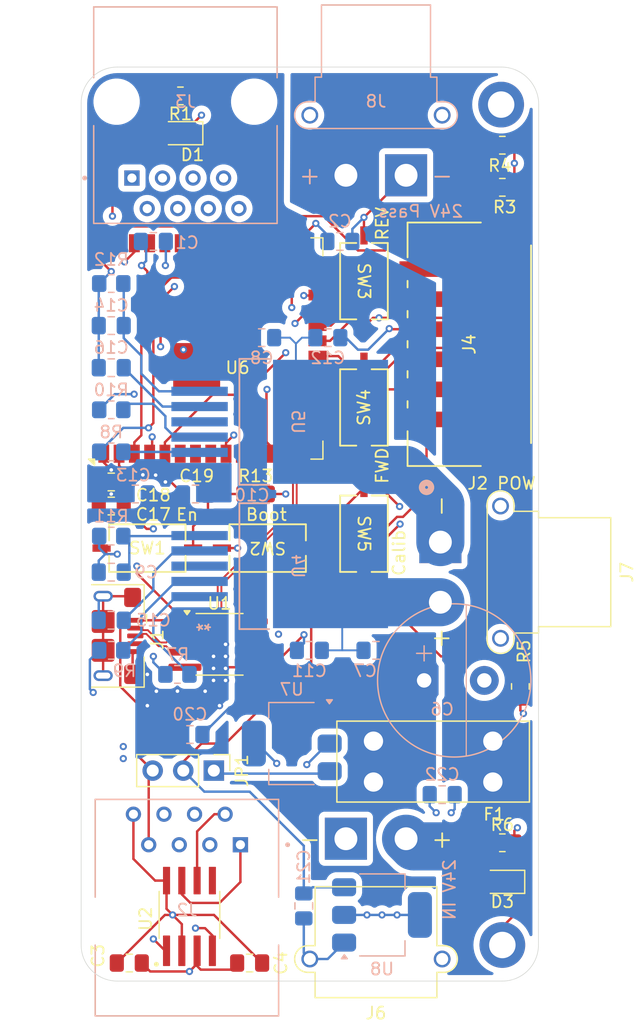
<source format=kicad_pcb>
(kicad_pcb (version 20240108) (generator "pcbnew") (generator_version "8.0")
  (layers (0 "F.Cu" signal) (1 "In1.Cu" signal) (2 "In2.Cu" signal) (31 "B.Cu" signal) (34 "B.Paste" user) (35 "F.Paste" user) (36 "B.SilkS" user "B.Silkscreen") (37 "F.SilkS" user "F.Silkscreen") (38 "B.Mask" user) (39 "F.Mask" user) (44 "Edge.Cuts" user))
  (net 0 "")
  (net 1 "GND")
  (net 2 "EN_PB")
  (net 3 "+5V")
  (net 4 "GPIO_0")
  (net 5 "+3.3V")
  (net 6 "J2+")
  (net 7 "+24V")
  (net 8 "J2-")
  (net 9 "Net-(D1-A)")
  (net 10 "Net-(D3-A)")
  (net 11 "5V_USB")
  (net 12 "CANH")
  (net 13 "CANL")
  (net 14 "USB_P")
  (net 15 "USB_N")
  (net 20 "CS_ENC_J2")
  (net 21 "MOSI")
  (net 22 "SCK")
  (net 23 "MISO")
  (net 24 "LED_BUILDIN")
  (net 25 "PB_FWD_J2")
  (net 26 "PB_REV_J2")
  (net 27 "PB_CALIB_J2")
  (net 28 "J2_IN_1")
  (net 29 "Net-(JP1-A)")
  (net 30 "J2_EN_1")
  (net 31 "J2_IN_2")
  (net 32 "J2_EN_2")
  (net 35 "RXC")
  (net 36 "TXC")
  (net 37 "Net-(U4-IS)")
  (net 38 "Net-(U5-IS)")
  (net 39 "Net-(U4-SR)")
  (net 40 "Net-(U5-SR)")
  (net 46 "Net-(U4-IN)")
  (net 47 "Net-(U5-IN)")
  (net 48 "Net-(U4-EN_(INH))")
  (net 49 "Net-(U5-EN_(INH))")
  (net 69 "24_IN")
  (footprint "Resistor_SMD:R_0805_2012Metric_Pad1.20x1.40mm_HandSolder" (layer "F.Cu") (at 50 21.5)
    (property "Reference" "R4")
    (property "Value" "3.3k")
  )
  (footprint "3568-20:FUSE_3568-20" (layer "F.Cu") (at 44.25 72.75 180)
    (property "Reference" "F1")
    (property "Value" "10A")
  )
  (footprint "Capacitor_SMD:C_0805_2012Metric_Pad1.18x1.45mm_HandSolder" (layer "F.Cu") (at 24.5 50.5 180)
    (property "Reference" "C19")
    (property "Value" "1uF")
  )
  (footprint "LED_SMD:LED_0805_2012Metric_Pad1.15x1.40mm_HandSolder" (layer "F.Cu") (at 23.25 20.5 180)
    (property "Reference" "D1")
    (property "Value" "R")
  )
  (footprint "JST-S6B-HX-SM4:CONN_S6B-XH-SM4-TB_JST" (layer "F.Cu") (at 47.253801 38.050001 90)
    (property "Reference" "J4")
    (property "Value" "~")
  )
  (footprint "TS09_63_25_WT_160_SMT_TR:SW_TS09-63-25_CUD" (layer "F.Cu") (at 38.5 32.80365 -90)
    (property "Reference" "SW3")
    (property "Value" "TS09-63-25-WT-160-SMT-TR")
  )
  (footprint "TS09_63_25_WT_160_SMT_TR:SW_TS09-63-25_CUD" (layer "F.Cu") (at 30.5 55 180)
    (property "Reference" "SW2")
    (property "Value" "TS09-63-25-WT-160-SMT-TR")
  )
  (footprint "RF_Module:ESP32-S3-WROOM-1" (layer "F.Cu") (at 22.14 38.4 90)
    (property "Reference" "U6")
    (property "Value" "ESP32-S3-WROOM-1")
  )
  (footprint "TS09_63_25_WT_160_SMT_TR:SW_TS09-63-25_CUD" (layer "F.Cu") (at 20.5 55)
    (property "Reference" "SW1")
    (property "Value" "TS09-63-25-WT-160-SMT-TR")
  )
  (footprint "Resistor_SMD:R_0805_2012Metric_Pad1.20x1.40mm_HandSolder" (layer "F.Cu") (at 29.5 50.5 180)
    (property "Reference" "R13")
    (property "Value" "10k")
  )
  (footprint "TJA1050T_CM_118:SOIC127P600X175-8N" (layer "F.Cu") (at 24 85.5 90)
    (property "Reference" "U2")
    (property "Value" "SN65HVD232QDRQ1")
  )
  (footprint "Connector_AMASS:AMASS_XT30PW-M_1x02_P2.50mm_Horizontal" (layer "F.Cu") (at 37 79.165 180)
    (property "Reference" "J6")
    (property "Value" "XT30PW-M")
  )
  (footprint "Resistor_SMD:R_0805_2012Metric_Pad1.20x1.40mm_HandSolder" (layer "F.Cu") (at 50 25 180)
    (property "Reference" "R3")
    (property "Value" "3.3k")
  )
  (footprint "Resistor_SMD:R_0805_2012Metric_Pad1.20x1.40mm_HandSolder" (layer "F.Cu") (at 23.25 17.4 180)
    (property "Reference" "R1")
    (property "Value" "1k")
  )
  (footprint "TS09_63_25_WT_160_SMT_TR:SW_TS09-63-25_CUD" (layer "F.Cu") (at 38.5 53.80365 -90)
    (property "Reference" "SW5")
    (property "Value" "TS09-63-25-WT-160-SMT-TR")
  )
  (footprint "TS09_63_25_WT_160_SMT_TR:SW_TS09-63-25_CUD" (layer "F.Cu") (at 38.5 43.30365 90)
    (property "Reference" "SW4")
    (property "Value" "TS09-63-25-WT-160-SMT-TR")
  )
  (footprint "Capacitor_SMD:C_0805_2012Metric_Pad1.18x1.45mm_HandSolder" (layer "F.Cu") (at 17.5 51.5 180)
    (property "Reference" "C17")
    (property "Value" "22uF")
  )
  (footprint "Package_SO:SOIC-8-1EP_3.9x4.9mm_P1.27mm_EP2.29x3mm" (layer "F.Cu") (at 26.5 63)
    (property "Reference" "U1")
    (property "Value" "150-SMDB03CE3/TR7TR-ND")
  )
  (footprint "Resistor_SMD:R_0805_2012Metric_Pad1.20x1.40mm_HandSolder" (layer "F.Cu") (at 51.5 66.5 -90)
    (property "Reference" "R5")
    (property "Value" "3.3k")
  )
  (footprint "Capacitor_SMD:C_0805_2012Metric_Pad1.18x1.45mm_HandSolder" (layer "F.Cu") (at 17.5 49.5 180)
    (property "Reference" "C18")
    (property "Value" "100nF")
  )
  (footprint "Connector_USB:USB_Micro-B_Amphenol_10118193-0001LF_Horizontal" (layer "F.Cu") (at 16.825 62.3 -90)
    (property "Reference" "J1")
    (property "Value" "USB_B_Micro")
  )
  (footprint "Connector_AMASS:AMASS_XT30PW-F_1x02_P2.50mm_Horizontal" (layer "F.Cu") (at 44.85 54.5 -90)
    (property "Reference" "J7")
    (property "Value" "XT30PW-F")
  )
  (footprint "Capacitor_SMD:C_0805_2012Metric_Pad1.18x1.45mm_HandSolder" (layer "F.Cu") (at 29 89.5)
    (property "Reference" "C4")
    (property "Value" "100nF")
  )
  (footprint "Resistor_SMD:R_0805_2012Metric_Pad1.20x1.40mm_HandSolder" (layer "F.Cu") (at 50 79.5)
    (property "Reference" "R6")
    (property "Value" "1k")
  )
  (footprint "Connector_PinHeader_2.54mm:PinHeader_1x03_P2.54mm_Vertical" (layer "F.Cu") (at 26.025 73.5 -90)
    (property "Reference" "JP1")
    (property "Value" "Jumper_3_Open")
  )
  (footprint "MountingHole:MountingHole_2.2mm_M2_DIN965_Pad_TopBottom" (layer "F.Cu") (at 50 88)
    (property "Reference" "H3" (hide yes))
    (property "Value" "MountingHole_Pad")
  )
  (footprint "LED_SMD:LED_0805_2012Metric_Pad1.15x1.40mm_HandSolder" (layer "F.Cu") (at 50 82.75 180)
    (property "Reference" "D3")
    (property "Value" "G")
  )
  (footprint "MountingHole:MountingHole_2.2mm_M2_DIN965_Pad_TopBottom" (layer "F.Cu") (at 49.899999 18.121321)
    (property "Reference" "H2" (hide yes))
    (property "Value" "MountingHole_Pad")
  )
  (footprint "Capacitor_SMD:C_0805_2012Metric_Pad1.18x1.45mm_HandSolder" (layer "F.Cu") (at 19 89.5 180)
    (property "Reference" "C3")
    (property "Value" "10uF")
  )
  (footprint "footprints:PG-TO263-7-1_INF-M" (layer "B.Cu") (at 33 44.5 90)
    (property "Reference" "U5")
    (property "Value" "BTN8962TA")
  )
  (footprint "Package_TO_SOT_SMD:SOT-223-3_TabPin2" (layer "B.Cu") (at 32.5 71.25 180)
    (property "Reference" "U7")
    (property "Value" "LM7805MPX/NOPB")
  )
  (footprint "Resistor_SMD:R_0805_2012Metric_Pad1.20x1.40mm_HandSolder" (layer "B.Cu") (at 17.5 33 180)
    (property "Reference" "R12")
    (property "Value" "1k")
  )
  (footprint "Connector_AMASS:AMASS_XT30PW-F_1x02_P2.50mm_Horizontal" (layer "B.Cu") (at 42 24 180)
    (property "Reference" "J8")
    (property "Value" "XT30PW-F")
  )
  (footprint "Resistor_SMD:R_0805_2012Metric_Pad1.20x1.40mm_HandSolder" (layer "B.Cu") (at 17.5 47 180)
    (property "Reference" "R8")
    (property "Value" "10k")
  )
  (footprint "Capacitor_SMD:C_0805_2012Metric_Pad1.18x1.45mm_HandSolder" (layer "B.Cu") (at 19.5 50.5 180)
    (property "Reference" "C13")
    (property "Value" "100nF")
  )
  (footprint "54601-908WPLF:AMPHENOL_54601-908WPLF" (layer "B.Cu") (at 23.6625 17.88)
    (property "Reference" "J3")
    (property "Value" "RJ45")
  )
  (footprint "Capacitor_SMD:C_0805_2012Metric_Pad1.18x1.45mm_HandSolder" (layer "B.Cu") (at 24.5 50.5)
    (property "Reference" "C10")
    (property "Value" "100nF")
  )
  (footprint "Capacitor_SMD:C_0805_2012Metric_Pad1.18x1.45mm_HandSolder" (layer "B.Cu") (at 35.5 37.5)
    (property "Reference" "C12")
    (property "Value" "220nF")
  )
  (footprint "Capacitor_SMD:C_0805_2012Metric_Pad1.18x1.45mm_HandSolder" (layer "B.Cu") (at 21 29.5 180)
    (property "Reference" "C1")
    (property "Value" "100nF")
  )
  (footprint "Resistor_SMD:R_0805_2012Metric_Pad1.20x1.40mm_HandSolder" (layer "B.Cu") (at 17.5 63.5 180)
    (property "Reference" "R9")
    (property "Value" "10k")
  )
  (footprint "Capacitor_SMD:C_0805_2012Metric_Pad1.18x1.45mm_HandSolder" (layer "B.Cu") (at 17.5 36.5 180)
    (property "Reference" "C14")
    (property "Value" "1nF")
  )
  (footprint "Capacitor_SMD:C_0805_2012Metric_Pad1.18x1.45mm_HandSolder" (layer "B.Cu") (at 45 75.5 180)
    (property "Reference" "C22")
    (property "Value" "22uF")
  )
  (footprint "Capacitor_SMD:C_0805_2012Metric_Pad1.18x1.45mm_HandSolder" (layer "B.Cu") (at 30 37.5)
    (property "Reference" "C8")
    (property "Value" "220nF")
  )
  (footprint "Package_TO_SOT_SMD:SOT-223-3_TabPin2" (layer "B.Cu") (at 40 85.5)
    (property "Reference" "U8")
    (property "Value" "AZ1117CH2-3.3TRG1")
  )
  (footprint "Capacitor_THT:CP_Radial_D12.5mm_P5.00mm" (layer "B.Cu") (at 43.5 66)
    (property "Reference" "C6")
    (property "Value" "470uF")
  )
  (footprint "Capacitor_SMD:C_0805_2012Metric_Pad1.18x1.45mm_HandSolder" (layer "B.Cu") (at 17.5 57 180)
    (property "Reference" "C9")
    (property "Value" "1nF")
  )
  (footprint "Capacitor_SMD:C_0805_2012Metric_Pad1.18x1.45mm_HandSolder" (layer "B.Cu") (at 24.0375 70.5 180)
    (property "Reference" "C20")
    (property "Value" "220nF")
  )
  (footprint "Capacitor_SMD:C_0805_2012Metric_Pad1.18x1.45mm_HandSolder" (layer "B.Cu") (at 17.5 40 180)
    (property "Reference" "C16")
    (property "Value" "100nF")
  )
  (footprint "Capacitor_SMD:C_0805_2012Metric_Pad1.18x1.45mm_HandSolder" (layer "B.Cu") (at 33.9625 63.5 180)
    (property "Reference" "C11")
    (property "Value" "220nF")
  )
  (footprint "Capacitor_SMD:C_0805_2012Metric_Pad1.18x1.45mm_HandSolder" (layer "B.Cu") (at 33.5 84.75 -90)
    (property "Reference" "C21")
    (property "Value" "10uF")
  )
  (footprint "Resistor_SMD:R_0805_2012Metric_Pad1.20x1.40mm_HandSolder" (layer "B.Cu") (at 17.5 54 180)
    (property "Reference" "R11")
    (property "Value" "1k")
  )
  (footprint "footprints:PG-TO263-7-1_INF-M" (layer "B.Cu") (at 33 56.5 90)
    (property "Reference" "U4")
    (property "Value" "BTN8962TA")
  )
  (footprint "Capacitor_SMD:C_0805_2012Metric_Pad1.18x1.45mm_HandSolder" (layer "B.Cu") (at 39.5 63.5 180)
    (property "Reference" "C7")
    (property "Value" "220nF")
  )
  (footprint "Resistor_SMD:R_0805_2012Metric_Pad1.20x1.40mm_HandSolder" (layer "B.Cu") (at 17.5 43.5 180)
    (property "Reference" "R10")
    (property "Value" "10k")
  )
  (footprint "Capacitor_SMD:C_0805_2012Metric_Pad1.18x1.45mm_HandSolder" (layer "B.Cu") (at 36.5 29.5 180)
    (property "Reference" "C2")
    (property "Value" "100nF")
  )
  (footprint "Capacitor_SMD:C_0805_2012Metric_Pad1.18x1.45mm_HandSolder" (layer "B.Cu") (at 17.5 61 180)
    (property "Reference" "C15")
    (property "Value" "100nF")
  )
  (footprint "54601-908WPLF:AMPHENOL_54601-908WPLF" (layer "B.Cu") (at 23.788055 86.015 180)
    (property "Reference" "J2")
    (property "Value" "RJ45")
  )
  (footprint "Resistor_SMD:R_0805_2012Metric_Pad1.20x1.40mm_HandSolder" (layer "B.Cu") (at 23 65.5 180)
    (property "Reference" "R7")
    (property "Value" "10k")
  )
  (gr_line (start 15 88) (end 15 18) (stroke (width 0.05)) (layer "Edge.Cuts"))
  (gr_arc (start 49.9 15) (mid 52.107106 15.914214) (end 53.02132 18.12132) (stroke (width 0.05)) (layer "Edge.Cuts"))
  (gr_line (start 18 15) (end 49.9 15) (stroke (width 0.05)) (layer "Edge.Cuts"))
  (gr_arc (start 15 18) (mid 15.87868 15.87868) (end 18 15) (stroke (width 0.05)) (layer "Edge.Cuts"))
  (gr_line (start 53.02132 18.12132) (end 53 88) (stroke (width 0.05)) (layer "Edge.Cuts"))
  (gr_arc (start 53 88) (mid 52.12132 90.12132) (end 50 91) (stroke (width 0.05)) (layer "Edge.Cuts"))
  (gr_arc (start 18 91) (mid 15.87868 90.12132) (end 15 88) (stroke (width 0.05)) (layer "Edge.Cuts"))
  (gr_line (start 50 91) (end 18 91) (stroke (width 0.05)) (layer "Edge.Cuts"))
  (gr_text "24V IN" (at 45.6 83.4 90) (layer "B.SilkS") (effects (font (size 1 1)) (justify mirror)))
  (gr_text "24V Pass" (at 43.2 27 0) (layer "B.SilkS") (effects (font (size 1 1)) (justify mirror)))
  (gr_text "FWD" (at 40.6 49.739221 90) (layer "F.SilkS") (effects (font (size 1 1)) (justify left bottom)))
  (gr_text "J2 POW" (at 47 50.2 0) (layer "F.SilkS") (effects (font (size 1 1)) (justify left bottom)))
  (gr_text "REV" (at 40.6082 29.50165 90) (layer "F.SilkS") (effects (font (size 1 1)) (justify left bottom)))
  (gr_text "Calib" (at 42 57.4 90) (layer "F.SilkS") (effects (font (size 1 1)) (justify left bottom)))
  (gr_text "En" (at 22.8 52.8 0) (layer "F.SilkS") (effects (font (size 1 1)) (justify left bottom)))
  (gr_text "Boot" (at 28.6 52.8 0) (layer "F.SilkS") (effects (font (size 1 1)) (justify left bottom)))
  (segment (start 16.825 63.5) (end 16.825 65.6) (width 0.2) (layer "F.Cu") (net 1))
  (segment (start 16.88 31.38) (end 16.88 29.65) (width 0.2) (layer "F.Cu") (net 1))
  (segment (start 29.25 63.635) (end 29.25 62.365) (width 0.2) (layer "F.Cu") (net 1))
  (segment (start 19.275 65.5) (end 20.5 65.5) (width 0.2) (layer "F.Cu") (net 1))
  (segment (start 29.25 62.365) (end 29.25 61.095) (width 0.2) (layer "F.Cu") (net 1))
  (segment (start 41.462733 51.537267) (end 39.925466 50) (width 0.2) (layer "F.Cu") (net 1))
  (segment (start 19.343055 80.843055) (end 19.343055 77.125) (width 0.2) (layer "F.Cu") (net 1))
  (segment (start 16.5 51.5) (end 17.5 50.5) (width 0.2) (layer "F.Cu") (net 1))
  (segment (start 18 55.5) (end 17.19635 55.5) (width 0.2) (layer "F.Cu") (net 1))
  (segment (start 17.5 48.5) (end 16.88 47.88) (width 0.2) (layer "F.Cu") (net 1))
  (segment (start 27.77 26.77) (end 28.1075 26.77) (width 0.2) (layer "F.Cu") (net 1))
  (segment (start 19.175 59) (end 19.275 59.1) (width 0.2) (layer "F.Cu") (net 1))
  (segment (start 17.19635 55.5) (end 16.69635 55) (width 0.2) (layer "F.Cu") (net 1))
  (segment (start 24.275 20.5) (end 24.275 19.725) (width 0.2) (layer "F.Cu") (net 1))
  (segment (start 16.825 59) (end 16.825 61.1) (width 0.2) (layer "F.Cu") (net 1))
  (segment (start 43.7 36.800001) (end 40.650001 36.800001) (width 0.2) (layer "F.Cu") (net 1))
  (segment (start 22.4625 49.5) (end 23.4625 50.5) (width 0.2) (layer "F.Cu") (net 1))
  (segment (start 26.0375 85.5) (end 30.0375 89.5) (width 0.2) (layer "F.Cu") (net 1))
  (segment (start 29.25 64.905) (end 29.25 63.635) (width 0.2) (layer "F.Cu") (net 1))
  (segment (start 50 86.5) (end 50 88) (width 0.2) (layer "F.Cu") (net 1))
  (segment (start 34.30365 55) (end 34.30365 54.19635) (width 0.2) (layer "F.Cu") (net 1))
  (segment (start 16.5 49.5) (end 17.5 50.5) (width 0.2) (layer "F.Cu") (net 1))
  (segment (start 51.025 82.5) (end 51.025 85.475) (width 0.2) (layer "F.Cu") (net 1))
  (segment (start 22.095 84.995) (end 22.095 82.645) (width 0.2) (layer "F.Cu") (net 1))
  (segment (start 19.275 65.5) (end 19.275 63.825) (width 0.2) (layer "F.Cu") (net 1))
  (segment (start 34.30365 54.19635) (end 38.5 50) (width 0.2) (layer "F.Cu") (net 1))
  (segment (start 16.4625 49.5) (end 16.5 49.5) (width 0.2) (layer "F.Cu") (net 1))
  (segment (start 33.516718 62.2) (end 30.811718 64.905) (width 0.2) (layer "F.Cu") (net 1))
  (segment (start 19.175 65.6) (end 19.275 65.5) (width 0.2) (layer "F.Cu") (net 1))
  (segment (start 16.825 61.1) (end 16.825 63.5) (width 0.2) (layer "F.Cu") (net 1))
  (segment (start 21.9625 85.5) (end 17.9625 89.5) (width 0.2) (layer "F.Cu") (net 1))
  (segment (start 30.811718 64.905) (end 29.25 64.905) (width 0.2) (layer "F.Cu") (net 1))
  (segment (start 22.6 85.5) (end 26.0375 85.5) (width 0.2) (layer "F.Cu") (net 1))
  (segment (start 16.825 59) (end 19.175 59) (width 0.2) (layer "F.Cu") (net 1))
  (segment (start 22.6 85.5) (end 22.095 84.995) (width 0.2) (layer "F.Cu") (net 1))
  (segment (start 21.145 82.645) (end 19.343055 80.843055) (width 0.2) (layer "F.Cu") (net 1))
  (segment (start 22.6 85.5) (end 21.9625 85.5) (width 0.2) (layer "F.Cu") (net 1))
  (segment (start 27.095 64.905) (end 27 65) (width 0.2) (layer "F.Cu") (net 1))
  (segment (start 39.925466 50) (end 38.5 50) (width 0.2) (layer "F.Cu") (net 1))
  (segment (start 19.275 63.825) (end 19.5 63.6) (width 0.2) (layer "F.Cu") (net 1))
  (segment (start 16.5 49.5) (end 17.5 48.5) (width 0.2) (layer "F.Cu") (net 1))
  (segment (start 23.365 86.265) (end 23.365 88.48) (width 0.2) (layer "F.Cu") (net 1))
  (segment (start 16.4625 51.5) (end 16.5 51.5) (width 0.2) (layer "F.Cu") (net 1))
  (segment (start 22.095 82.645) (end 21.145 82.645) (width 0.2) (layer "F.Cu") (net 1))
  (segment (start 16.88 47.88) (end 16.88 47.15) (width 0.2) (layer "F.Cu") (net 1))
  (segment (start 17.5 32) (end 16.88 31.38) (width 0.2) (layer "F.Cu") (net 1))
  (segment (start 22 49.5) (end 22.4625 49.5) (width 0.2) (layer "F.Cu") (net 1))
  (segment (start 40.650001 36.800001) (end 40.6 36.75) (width 0.2) (layer "F.Cu") (net 1))
  (segment (start 38.5 27.5) (end 42 24) (width 0.2) (layer "F.Cu") (net 1))
  (segment (start 38.5 50) (end 38.5 47.1073) (width 0.2) (layer "F.Cu") (net 1))
  (segment (start 51.025 85.475) (end 50 86.5) (width 0.2) (layer "F.Cu") (net 1))
  (segment (start 24.275 19.725) (end 25 19) (width 0.2) (layer "F.Cu") (net 1))
  (segment (start 29.25 64.905) (end 27.095 64.905) (width 0.2) (layer "F.Cu") (net 1))
  (segment (start 38.5 29) (end 38.5 27.5) (width 0.2) (layer "F.Cu") (net 1))
  (segment (start 22.6 85.5) (end 23.365 86.265) (width 0.2) (layer "F.Cu") (net 1))
  (via (at 18 55.5) (size 0.6) (drill 0.3) (layers "F.Cu" "B.Cu") (net 1))
  (via (at 20.5 65.5) (size 0.6) (drill 0.3) (layers "F.Cu" "B.Cu") (net 1))
  (via (at 27 63) (size 0.6) (drill 0.3) (layers "F.Cu" "B.Cu") (net 1))
  (via (at 27 65) (size 0.6) (drill 0.3) (layers "F.Cu" "B.Cu") (net 1))
  (via (at 23.5 38.5) (size 0.6) (drill 0.3) (layers "F.Cu" "B.Cu") (net 1))
  (via (at 26.5 68.1) (size 0.6) (drill 0.3) (layers "F.Cu" "B.Cu") (net 1))
  (via (at 17.5 48.5) (size 0.6) (drill 0.3) (layers "F.Cu" "B.Cu") (net 1))
  (via (at 41.462733 51.537267) (size 0.6) (drill 0.3) (layers "F.Cu" "B.Cu") (net 1))
  (via (at 22 31.5) (size 0.6) (drill 0.3) (layers "F.Cu" "B.Cu") (net 1))
  (via (at 25.30394 66.9) (size 0.6) (drill 0.3) (layers "F.Cu" "B.Cu") (net 1))
  (via (at 22 49.5) (size 0.6) (drill 0.3) (layers "F.Cu" "B.Cu") (net 1))
  (via (at 31.25 72.9) (size 0.6) (drill 0.3) (layers "F.Cu" "B.Cu") (net 1))
  (via (at 20.128267 48.909721) (size 0.6) (drill 0.3) (layers "F.Cu" "B.Cu") (net 1))
  (via (at 33.516718 62.2) (size 0.6) (drill 0.3) (layers "F.Cu" "B.Cu") (net 1))
  (via (at 26 64) (size 0.6) (drill 0.3) (layers "F.Cu" "B.Cu") (net 1))
  (via (at 26 66) (size 0.6) (drill 0.3) (layers "F.Cu" "B.Cu") (net 1))
  (via (at 26 65) (size 0.6) (drill 0.3) (layers "F.Cu" "B.Cu") (net 1))
  (via (at 27 66) (size 0.6) (drill 0.3) (layers "F.Cu" "B.Cu") (net 1))
  (via (at 22.6 85.5) (size 0.6) (drill 0.3) (layers "F.Cu" "B.Cu") (net 1))
  (via (at 17.5 32) (size 0.6) (drill 0.3) (layers "F.Cu" "B.Cu") (net 1))
  (via (at 27 64) (size 0.6) (drill 0.3) (layers "F.Cu" "B.Cu") (net 1))
  (via (at 40.6 36.75) (size 0.6) (drill 0.3) (layers "F.Cu" "B.Cu") (net 1))
  (via (at 25 19) (size 0.6) (drill 0.3) (layers "F.Cu" "B.Cu") (net 1))
  (via (at 38.5 27.5) (size 0.6) (drill 0.3) (layers "F.Cu" "B.Cu") (net 1))
  (via (at 17.5 50.5) (size 0.6) (drill 0.3) (layers "F.Cu" "B.Cu") (net 1))
  (via (at 33.75 73) (size 0.6) (drill 0.3) (layers "F.Cu" "B.Cu") (net 1))
  (via (at 23.002252 66.893478) (size 0.6) (drill 0.3) (layers "F.Cu" "B.Cu") (net 1))
  (via (at 20.5 68.1) (size 0.6) (drill 0.3) (layers "F.Cu" "B.Cu") (net 1))
  (via (at 21.25 66.9) (size 0.6) (drill 0.3) (layers "F.Cu" "B.Cu") (net 1))
  (via (at 44.5 77) (size 0.6) (drill 0.3) (layers "F.Cu" "B.Cu") (net 1))
  (via (at 21.189472 48.931677) (size 0.6) (drill 0.3) (layers "F.Cu" "B.Cu") (net 1))
  (segment (start 38 38.5) (end 38.85 38.5) (width 0.2) (layer "B.Cu") (net 1))
  (segment (start 17 55.5) (end 16.4625 56.0375) (width 0.2) (layer "B.Cu") (net 1))
  (segment (start 33.5 88.665) (end 34 89.165) (width 0.2) (layer "B.Cu") (net 1))
  (segment (start 16.5 54) (end 16.5 55) (width 0.2) (layer "B.Cu") (net 1))
  (segment (start 43.9625 75.5) (end 43.9625 76.4625) (width 0.2) (layer "B.Cu") (net 1))
  (segment (start 37.5375 29.5) (end 37.5375 28.4625) (width 0.2) (layer "B.Cu") (net 1))
  (segment (start 35.485 89.165) (end 36.85 87.8) (width 0.2) (layer "B.Cu") (net 1))
  (segment (start 35.65 71.25) (end 35.5 71.25) (width 0.2) (layer "B.Cu") (net 1))
  (segment (start 16.4625 61) (end 16.4625 59.3625) (width 0.2) (layer "B.Cu") (net 1))
  (segment (start 16.5 33.5) (end 16.4625 33.5375) (width 0.2) (layer "B.Cu") (net 1))
  (segment (start 25.5375 49.0058) (end 24.8417 48.31) (width 0.75) (layer "B.Cu") (net 1))
  (segment (start 17 55.5) (end 18 55.5) (width 0.2) (layer "B.Cu") (net 1))
  (segment (start 33.516718 62.908282) (end 32.925 63.5) (width 0.2) (layer "B.Cu") (net 1))
  (segment (start 36.5375 37.5) (end 37 37.5) (width 0.2) (layer "B.Cu") (net 1))
  (segment (start 37.5375 28.4625) (end 38.5 27.5) (width 0.2) (layer "B.Cu") (net 1))
  (segment (start 17.5 32) (end 16.5 33) (width 0.2) (layer "B.Cu") (net 1))
  (segment (start 22.0375 29.5) (end 22.0375 31.4625) (width 0.2) (layer "B.Cu") (net 1))
  (segment (start 22.0375 31.4625) (end 22 31.5) (width 0.2) (layer "B.Cu") (net 1))
  (segment (start 35.5 71.25) (end 33.75 73) (width 0.2) (layer "B.Cu") (net 1))
  (segment (start 16.4625 59.3625) (end 16.825 59) (width 0.2) (layer "B.Cu") (net 1))
  (segment (start 29.6 71.25) (end 29.35 71.25) (width 0.2) (layer "B.Cu") (net 1))
  (segment (start 17.5 50.5) (end 18.4625 50.5) (width 0.2) (layer "B.Cu") (net 1))
  (segment (start 43.9625 76.4625) (end 44.5 77) (width 0.2) (layer "B.Cu") (net 1))
  (segment (start 16.4625 33.5375) (end 16.4625 36.5) (width 0.2) (layer "B.Cu") (net 1))
  (segment (start 25.5375 50.5) (end 25.5375 49.0058) (width 0.75) (layer "B.Cu") (net 1))
  (segment (start 38.85 38.5) (end 40.6 36.75) (width 0.2) (layer "B.Cu") (net 1))
  (segment (start 16.4625 56.0375) (end 16.4625 57) (width 0.2) (layer "B.Cu") (net 1))
  (segment (start 16.5 33) (end 16.5 33.5) (width 0.2) (layer "B.Cu") (net 1))
  (segment (start 37 37.5) (end 38 38.5) (width 0.2) (layer "B.Cu") (net 1))
  (segment (start 31.25 72.9) (end 29.6 71.25) (width 0.2) (layer "B.Cu") (net 1))
  (segment (start 16.5 55) (end 17 55.5) (width 0.2) (layer "B.Cu") (net 1))
  (segment (start 16.4625 36.5) (end 16.4625 40) (width 0.2) (layer "B.Cu") (net 1))
  (segment (start 33.5 85.7875) (end 33.5 88.665) (width 0.2) (layer "B.Cu") (net 1))
  (segment (start 34 89.165) (end 35.485 89.165) (width 0.2) (layer "B.Cu") (net 1))
  (segment (start 33.516718 62.2) (end 33.516718 62.908282) (width 0.2) (layer "B.Cu") (net 1))
  (segment (start 19.42 46.2) (end 19.42 47.15) (width 0.2) (layer "F.Cu") (net 2))
  (segment (start 20.5 37.248529) (end 20 37.748529) (width 0.2) (layer "F.Cu") (net 2))
  (segment (start 24.30365 53.19635) (end 25.5375 51.9625) (width 0.2) (layer "F.Cu") (net 2))
  (segment (start 19.42 47.68) (end 19.42 47.15) (width 0.2) (layer "F.Cu") (net 2))
  (segment (start 19.94 48.2) (end 19.42 47.68) (width 0.2) (layer "F.Cu") (net 2))
  (segment (start 20 45.62) (end 19.42 46.2) (width 0.2) (layer "F.Cu") (net 2))
  (segment (start 25.5375 50.5) (end 28.5 50.5) (width 0.2) (layer "F.Cu") (net 2))
  (segment (start 20.02 31.5) (end 20.5 31.98) (width 0.2) (layer "F.Cu") (net 2))
  (segment (start 24.30365 55) (end 24.30365 53.19635) (width 0.2) (layer "F.Cu") (net 2))
  (segment (start 20 37.748529) (end 20 45.62) (width 0.2) (layer "F.Cu") (net 2))
  (segment (start 25.5375 50.5) (end 23.2375 48.2) (width 0.2) (layer "F.Cu") (net 2))
  (segment (start 23.2375 48.2) (end 19.94 48.2) (width 0.2) (layer "F.Cu") (net 2))
  (segment (start 25.5375 51.9625) (end 25.5375 50.5) (width 0.2) (layer "F.Cu") (net 2))
  (segment (start 20.5 31.98) (end 20.5 37.248529) (width 0.2) (layer "F.Cu") (net 2))
  (via (at 20.02 31.5) (size 0.6) (drill 0.3) (layers "F.Cu" "B.Cu") (net 2))
  (segment (start 20.4 31.12) (end 20.02 31.5) (width 0.2) (layer "B.Cu") (net 2))
  (segment (start 19.9625 29.5) (end 20.4 29.9375) (width 0.2) (layer "B.Cu") (net 2))
  (segment (start 20.4 29.9375) (end 20.4 31.12) (width 0.2) (layer "B.Cu") (net 2))
  (segment (start 25 71.25) (end 27 71.25) (width 0.2) (layer "F.Cu") (net 3))
  (segment (start 23.485 72.765) (end 25 71.25) (width 0.2) (layer "F.Cu") (net 3))
  (segment (start 23.485 73.5) (end 23.485 72.765) (width 0.2) (layer "F.Cu") (net 3))
  (segment (start 32.5 66.5) (end 34.116718 64.883282) (width 0.2) (layer "F.Cu") (net 3))
  (segment (start 31.75 66.5) (end 32.5 66.5) (width 0.2) (layer "F.Cu") (net 3))
  (segment (start 27 71.25) (end 31.75 66.5) (width 0.2) (layer "F.Cu") (net 3))
  (segment (start 34.116718 64.883282) (end 34.116718 59.534753) (width 0.2) (layer "F.Cu") (net 3))
  (segment (start 45.3002 44.300001) (end 43.7 44.300001) (width 0.2) (layer "F.Cu") (net 3))
  (segment (start 43.7 50.448529) (end 43.7 44.300001) (width 0.2) (layer "F.Cu") (net 3))
  (segment (start 41.251471 52.4) (end 41.748529 52.4) (width 0.2) (layer "F.Cu") (net 3))
  (segment (start 34.116718 59.534753) (end 41.251471 52.4) (width 0.2) (layer "F.Cu") (net 3))
  (segment (start 41.748529 52.4) (end 43.7 50.448529) (width 0.2) (layer "F.Cu") (net 3))
  (segment (start 23.485 73.5) (end 25.235 75.25) (width 0.2) (layer "B.Cu") (net 3))
  (segment (start 33.5 83.7125) (end 33.7125 83.7125) (width 0.2) (layer "B.Cu") (net 3))
  (segment (start 25.235 75.25) (end 29 75.25) (width 0.2) (layer "B.Cu") (net 3))
  (segment (start 33.5 79.75) (end 33.5 83.7125) (width 0.2) (layer "B.Cu") (net 3))
  (segment (start 34.225 83.2) (end 36.85 83.2) (width 0.2) (layer "B.Cu") (net 3))
  (segment (start 33.7125 83.7125) (end 34.225 83.2) (width 0.2) (layer "B.Cu") (net 3))
  (segment (start 29 75.25) (end 33.5 79.75) (width 0.2) (layer "B.Cu") (net 3))
  (segment (start 28 55) (end 26.69635 55) (width 0.2) (layer "F.Cu") (net 4))
  (segment (start 33.39 29.11) (end 33.39 29.65) (width 0.2) (layer "F.Cu") (net 4))
  (segment (start 34.5 28) (end 33.39 29.11) (width 0.2) (layer "F.Cu") (net 4))
  (via (at 34.5 28) (size 0.6) (drill 0.3) (layers "F.Cu" "B.Cu") (net 4))
  (via (at 28 55) (size 0.6) (drill 0.3) (layers "F.Cu" "B.Cu") (net 4))
  (segment (start 35.4625 29.5) (end 35.4625 28.9625) (width 0.2) (layer "B.Cu") (net 4))
  (segment (start 35.4625 28.9625) (end 34.5 28) (width 0.2) (layer "B.Cu") (net 4))
  (segment (start 21 53.4) (end 20.4375 53.4) (width 0.2) (layer "F.Cu") (net 5))
  (segment (start 27.4125 90.05) (end 27.9625 89.5) (width 0.2) (layer "F.Cu") (net 5))
  (segment (start 32 50.5) (end 30.5 50.5) (width 0.2) (layer "F.Cu") (net 5))
  (segment (start 51 25) (end 51 23) (width 0.2) (layer "F.Cu") (net 5))
  (segment (start 18.15 47.15) (end 18.15 48.15) (width 0.2) (layer "F.Cu") (net 5))
  (segment (start 18.5375 48.5375) (end 18.5375 49.5) (width 0.2) (layer "F.Cu") (net 5))
  (segment (start 24.635 89.749999) (end 24.935001 90.05) (width 0.2) (layer "F.Cu") (net 5))
  (segment (start 51 79.5) (end 51 78.5) (width 0.2) (layer "F.Cu") (net 5))
  (segment (start 24.635 88.48) (end 24.635 89.565) (width 0.2) (layer "F.Cu") (net 5))
  (segment (start 51.5 67.5) (end 51.5 68.5) (width 0.2) (layer "F.Cu") (net 5))
  (segment (start 24.935001 90.05) (end 27.4125 90.05) (width 0.2) (layer "F.Cu") (net 5))
  (segment (start 20.0375 89.5) (end 20.7375 90.2) (width 0.2) (layer "F.Cu") (net 5))
  (segment (start 51.5 68.5) (end 51.75 68.75) (width 0.2) (layer "F.Cu") (net 5))
  (segment (start 18.5375 49.5) (end 18.5375 51.5) (width 0.2) (layer "F.Cu") (net 5))
  (segment (start 24.635 88.48) (end 24.635 87.583529) (width 0.2) (layer "F.Cu") (net 5))
  (segment (start 20.7375 90.2) (end 24 90.2) (width 0.2) (layer "F.Cu") (net 5))
  (segment (start 18.15 48.15) (end 18.5375 48.5375) (width 0.2) (layer "F.Cu") (net 5))
  (segment (start 20.4375 53.4) (end 18.5375 51.5) (width 0.2) (layer "F.Cu") (net 5))
  (segment (start 51 21.5) (end 51 23) (width 0.2) (layer "F.Cu") (net 5))
  (segment (start 24.635 88.48) (end 24.635 89.749999) (width 0.2) (layer "F.Cu") (net 5))
  (segment (start 24.635 89.565) (end 24 90.2) (width 0.2) (layer "F.Cu") (net 5))
  (segment (start 51 78.5) (end 51.25 78.25) (width 0.2) (layer "F.Cu") (net 5))
  (via (at 51 23) (size 0.6) (drill 0.3) (layers "F.Cu" "B.Cu") (net 5))
  (via (at 51.75 68.75) (size 0.6) (drill 0.3) (layers "F.Cu" "B.Cu") (net 5))
  (via (at 32 50.5) (size 0.6) (drill 0.3) (layers "F.Cu" "B.Cu") (net 5))
  (via (at 38.75 85.5) (size 0.6) (drill 0.3) (layers "F.Cu" "B.Cu") (net 5))
  (via (at 45.75 77) (size 0.6) (drill 0.3) (layers "F.Cu" "B.Cu") (net 5))
  (via (at 21 53.4) (size 0.6) (drill 0.3) (layers "F.Cu" "B.Cu") (net 5))
  (via (at 41.25 85.5) (size 0.6) (drill 0.3) (layers "F.Cu" "B.Cu") (net 5))
  (via (at 40 85.5) (size 0.6) (drill 0.3) (layers "F.Cu" "B.Cu") (net 5))
  (via (at 51.25 78.25) (size 0.6) (drill 0.3) (layers "F.Cu" "B.Cu") (net 5))
  (via (at 24 90.2) (size 0.6) (drill 0.3) (layers "F.Cu" "B.Cu") (net 5))
  (segment (start 43.15 85.5) (end 43.5 85.5) (width 0.2) (layer "B.Cu") (net 5))
  (segment (start 40 85.5) (end 41.25 85.5) (width 0.2) (layer "B.Cu") (net 5))
  (segment (start 46.0375 75.5) (end 46.0375 76.7125) (width 0.2) (layer "B.Cu") (net 5))
  (segment (start 46.0375 76.7125) (end 45.75 77) (width 0.2) (layer "B.Cu") (net 5))
  (segment (start 43.15 85.5) (end 41.25 85.5) (width 0.2) (layer "B.Cu") (net 5))
  (segment (start 38.75 85.5) (end 40 85.5) (width 0.2) (layer "B.Cu") (net 5))
  (segment (start 36.85 85.5) (end 38.75 85.5) (width 0.2) (layer "B.Cu") (net 5))
  (segment (start 38.7213 59.5) (end 44.85 59.5) (width 4) (layer "B.Cu") (net 6))
  (segment (start 36.695837 57.474537) (end 35.7213 56.5) (width 0.155814) (layer "B.Cu") (net 6))
  (segment (start 35 63.5) (end 36.5 63.5) (width 0.155814) (layer "B.Cu") (net 6))
  (segment (start 36.5 63.5) (end 38.4625 63.5) (width 0.155814) (layer "B.Cu") (net 6))
  (segment (start 35.7213 56.5) (end 38.7213 59.5) (width 4) (layer "B.Cu") (net 6))
  (segment (start 36.695837 63.5) (end 36.695837 57.474537) (width 0.155814) (layer "B.Cu") (net 6))
  (segment (start 24.8108 52.69) (end 23.4625 51.3417) (width 0.75) (layer "B.Cu") (net 7))
  (segment (start 23.4625 51.3417) (end 23.4625 50.5) (width 0.75) (layer "B.Cu") (net 7))
  (segment (start 27.325 68.25) (end 29.5 68.25) (width 0.2) (layer "B.Cu") (net 7))
  (segment (start 20.5375 50.5) (end 23.4625 50.5) (width 0.2) (layer "B.Cu") (net 7))
  (segment (start 24.8417 52.69) (end 24.8108 52.69) (width 0.75) (layer "B.Cu") (net 7))
  (segment (start 25.075 70.5) (end 27.325 68.25) (width 0.2) (layer "B.Cu") (net 7))
  (segment (start 32.345762 37.5) (end 31.0375 37.5) (width 0.155814) (layer "B.Cu") (net 8))
  (segment (start 44.85 51.389) (end 44.85 54.5) (width 4) (layer "B.Cu") (net 8))
  (segment (start 39.2213 48.5) (end 41.961 48.5) (width 4) (layer "B.Cu") (net 8))
  (segment (start 32.845762 38) (end 32.845762 41.624462) (width 0.155814) (layer "B.Cu") (net 8))
  (segment (start 41.961 48.5) (end 44.85 51.389) (width 4) (layer "B.Cu") (net 8))
  (segment (start 32.845762 38) (end 32.345762 37.5) (width 0.155814) (layer "B.Cu") (net 8))
  (segment (start 32.845762 38) (end 32.852279 38) (width 0.155814) (layer "B.Cu") (net 8))
  (segment (start 33.352279 37.5) (end 34.4625 37.5) (width 0.155814) (layer "B.Cu") (net 8))
  (segment (start 35.7213 45) (end 39.2213 48.5) (width 4) (layer "B.Cu") (net 8))
  (segment (start 32.852279 38) (end 33.352279 37.5) (width 0.155814) (layer "B.Cu") (net 8))
  (segment (start 32.845762 41.624462) (end 35.7213 44.5) (width 0.155814) (layer "B.Cu") (net 8))
  (segment (start 24.25 17.4) (end 24.2 17.4) (width 0.2) (layer "F.Cu") (net 9))
  (segment (start 24.2 17.4) (end 22.225 19.375) (width 0.2) (layer "F.Cu") (net 9))
  (segment (start 22.225 19.375) (end 22.225 20.5) (width 0.2) (layer "F.Cu") (net 9))
  (segment (start 48.975 79.525) (end 49 79.5) (width 0.2) (layer "F.Cu") (net 10))
  (segment (start 48.975 82.75) (end 48.975 79.525) (width 0.2) (layer "F.Cu") (net 10))
  (segment (start 20.613055 73.831945) (end 20.945 73.5) (width 0.2) (layer "F.Cu") (net 11))
  (segment (start 18.25 61.575001) (end 18.825001 61) (width 0.2) (layer "F.Cu") (net 11))
  (segment (start 18.825001 61) (end 19.5 61) (width 0.2) (layer "F.Cu") (net 11))
  (segment (start 18.25 66.5) (end 18.25 61.575001) (width 0.2) (layer "F.Cu") (net 11))
  (segment (start 19.624949 57.094949) (end 19.624949 56.49317) (width 0.2) (layer "F.Cu") (net 11))
  (segment (start 20.945 73.5) (end 19.9 72.455) (width 0.2) (layer "F.Cu") (net 11))
  (segment (start 19.9 72.455) (end 19.9 68.15) (width 0.2) (layer "F.Cu") (net 11))
  (segment (start 19.5 61) (end 23.53 61) (width 0.2) (layer "F.Cu") (net 11))
  (segment (start 21.6 38.25) (end 21.6 34.4) (width 0.2) (layer "F.Cu") (net 11))
  (segment (start 23.53 61) (end 23.625 61.095) (width 0.2) (layer "F.Cu") (net 11))
  (segment (start 21.6 34.4) (end 22.75 33.25) (width 0.2) (layer "F.Cu") (net 11))
  (segment (start 19.9 68.15) (end 18.25 66.5) (width 0.2) (layer "F.Cu") (net 11))
  (segment (start 20.613055 79.665) (end 20.613055 73.831945) (width 0.2) (layer "F.Cu") (net 11))
  (segment (start 23.625 61.095) (end 19.624949 57.094949) (width 0.2) (layer "F.Cu") (net 11))
  (via (at 22.75 33.25) (size 0.6) (drill 0.3) (layers "F.Cu" "B.Cu") (net 11))
  (via (at 19.624949 56.49317) (size 0.6) (drill 0.3) (layers "F.Cu" "B.Cu") (net 11))
  (via (at 21.6 38.25) (size 0.6) (drill 0.3) (layers "F.Cu" "B.Cu") (net 11))
  (segment (start 28.233055 82.766945) (end 28.233055 79.665) (width 0.2) (layer "F.Cu") (net 12))
  (segment (start 26.5 84.5) (end 28.233055 82.766945) (width 0.2) (layer "F.Cu") (net 12))
  (segment (start 24.075001 84.5) (end 26.5 84.5) (width 0.2) (layer "F.Cu") (net 12))
  (segment (start 23.365 83.789999) (end 24.075001 84.5) (width 0.2) (layer "F.Cu") (net 12))
  (segment (start 23.365 82.645) (end 23.365 83.789999) (width 0.2) (layer "F.Cu") (net 12))
  (segment (start 24.635 82.645) (end 24.635 78.556444) (width 0.2) (layer "F.Cu") (net 13))
  (segment (start 24.635 78.556444) (end 26.066444 77.125) (width 0.2) (layer "F.Cu") (net 13))
  (segment (start 26.066444 77.125) (end 26.963055 77.125) (width 0.2) (layer "F.Cu") (net 13))
  (segment (start 25.180893 63.154107) (end 25.563835 63.154107) (width 0.155814) (layer "F.Cu") (net 14))
  (segment (start 20.145893 62.129107) (end 20.411165 62.129107) (width 0.155814) (layer "F.Cu") (net 14))
  (segment (start 19.975 62.3) (end 20.145893 62.129107) (width 0.155814) (layer "F.Cu") (net 14))
  (segment (start 22.55 63.635) (end 23.625 63.635) (width 0.155814) (layer "F.Cu") (net 14))
  (segment (start 32.909107 48.755894) (end 33.39 48.275001) (width 0.155814) (layer "F.Cu") (net 14))
  (segment (start 19.5 62.3) (end 19.975 62.3) (width 0.155814) (layer "F.Cu") (net 14))
  (segment (start 25.563835 63.154107) (end 26.654107 62.063835) (width 0.155814) (layer "F.Cu") (net 14))
  (segment (start 20.411165 62.129107) (end 21.436165 63.154107) (width 0.155814) (layer "F.Cu") (net 14))
  (segment (start 22.069107 63.154107) (end 22.55 63.635) (width 0.155814) (layer "F.Cu") (net 14))
  (segment (start 24.7 63.635) (end 25.180893 63.154107) (width 0.155814) (layer "F.Cu") (net 14))
  (segment (start 26.654107 58.063835) (end 32.909107 51.808835) (width 0.155814) (layer "F.Cu") (net 14))
  (segment (start 21.436165 63.154107) (end 22.069107 63.154107) (width 0.155814) (layer "F.Cu") (net 14))
  (segment (start 26.654107 62.063835) (end 26.654107 58.063835) (width 0.155814) (layer "F.Cu") (net 14))
  (segment (start 32.909107 51.808835) (end 32.909107 48.755894) (width 0.155814) (layer "F.Cu") (net 14))
  (segment (start 23.625 63.635) (end 24.7 63.635) (width 0.155814) (layer "F.Cu") (net 14))
  (segment (start 33.39 48.275001) (end 33.39 47.15) (width 0.155814) (layer "F.Cu") (net 14))
  (segment (start 19.5 61.65) (end 19.975 61.65) (width 0.155814) (layer "F.Cu") (net 15))
  (segment (start 22.55 62.365) (end 23.625 62.365) (width 0.155814) (layer "F.Cu") (net 15))
  (segment (start 32.600893 48.755894) (end 32.12 48.275001) (width 0.155814) (layer "F.Cu") (net 15))
  (segment (start 20.145893 61.820893) (end 20.538835 61.820893) (width 0.155814) (layer "F.Cu") (net 15))
  (segment (start 26.345893 61.936165) (end 26.345893 57.936165) (width 0.155814) (layer "F.Cu") (net 15))
  (segment (start 21.563835 62.845893) (end 22.069107 62.845893) (width 0.155814) (layer "F.Cu") (net 15))
  (segment (start 19.975 61.65) (end 20.145893 61.820893) (width 0.155814) (layer "F.Cu") (net 15))
  (segment (start 22.069107 62.845893) (end 22.55 62.365) (width 0.155814) (layer "F.Cu") (net 15))
  (segment (start 26.345893 57.936165) (end 32.600893 51.681165) (width 0.155814) (layer "F.Cu") (net 15))
  (segment (start 24.7 62.365) (end 25.180893 62.845893) (width 0.155814) (layer "F.Cu") (net 15))
  (segment (start 32.12 48.275001) (end 32.12 47.15) (width 0.155814) (layer "F.Cu") (net 15))
  (segment (start 25.436165 62.845893) (end 26.345893 61.936165) (width 0.155814) (layer "F.Cu") (net 15))
  (segment (start 32.600893 51.681165) (end 32.600893 48.755894) (width 0.155814) (layer "F.Cu") (net 15))
  (segment (start 25.180893 62.845893) (end 25.436165 62.845893) (width 0.155814) (layer "F.Cu") (net 15))
  (segment (start 20.538835 61.820893) (end 21.563835 62.845893) (width 0.155814) (layer "F.Cu") (net 15))
  (segment (start 23.625 62.365) (end 24.7 62.365) (width 0.155814) (layer "F.Cu") (net 15))
  (segment (start 34.64 36.495) (end 35.755 36.495) (width 0.2) (layer "F.Cu") (net 20))
  (segment (start 40.449999 31.800001) (end 43.7 31.800001) (width 0.2) (layer "F.Cu") (net 20))
  (segment (start 35.755 36.495) (end 40.449999 31.800001) (width 0.2) (layer "F.Cu") (net 20))
  (segment (start 36.37455 39.035) (end 38.08955 40.75) (width 0.2) (layer "F.Cu") (net 21))
  (segment (start 39.75 40.75) (end 41.25 39.25) (width 0.2) (layer "F.Cu") (net 21))
  (segment (start 41.25 39.25) (end 43.649999 39.25) (width 0.2) (layer "F.Cu") (net 21))
  (segment (start 43.649999 39.25) (end 43.7 39.300001) (width 0.2) (layer "F.Cu") (net 21))
  (segment (start 38.08955 40.75) (end 39.75 40.75) (width 0.2) (layer "F.Cu") (net 21))
  (segment (start 34.64 39.035) (end 36.37455 39.035) (width 0.2) (layer "F.Cu") (net 21))
  (segment (start 36.805 40.305) (end 38.300001 41.800001) (width 0.2) (layer "F.Cu") (net 22))
  (segment (start 34.64 40.305) (end 36.805 40.305) (width 0.2) (layer "F.Cu") (net 22))
  (segment (start 38.300001 41.800001) (end 43.7 41.800001) (width 0.2) (layer "F.Cu") (net 22))
  (segment (start 35.68185 37.765) (end 39.146849 34.300001) (width 0.2) (layer "F.Cu") (net 23))
  (segment (start 39.146849 34.300001) (end 43.7 34.300001) (width 0.2) (layer "F.Cu") (net 23))
  (segment (start 34.64 37.765) (end 35.68185 37.765) (width 0.2) (layer "F.Cu") (net 23))
  (segment (start 22.25 17.4) (end 17.6 22.05) (width 0.2) (layer "F.Cu") (net 24))
  (segment (start 18.6 31.2) (end 19.42 30.38) (width 0.2) (layer "F.Cu") (net 24))
  (segment (start 17.6 22.05) (end 17.6 27.4) (width 0.2) (layer "F.Cu") (net 24))
  (segment (start 19.42 30.38) (end 19.42 29.65) (width 0.2) (layer "F.Cu") (net 24))
  (via (at 17.6 27.4) (size 0.6) (drill 0.3) (layers "F.Cu" "B.Cu") (net 24))
  (via (at 18.6 31.2) (size 0.6) (drill 0.3) (layers "F.Cu" "B.Cu") (net 24))
  (segment (start 21.96 47.15) (end 21.96 46.2) (width 0.2) (layer "F.Cu") (net 25))
  (segment (start 39.254999 35.852301) (end 39.75 35.852301) (width 0.2) (layer "F.Cu") (net 25))
  (segment (start 48.623804 25) (end 49 25) (width 0.2) (layer "F.Cu") (net 25))
  (segment (start 38.5 36.6073) (end 39.254999 35.852301) (width 0.2) (layer "F.Cu") (net 25))
  (segment (start 47 26.623804) (end 48.623804 25) (width 0.2) (layer "F.Cu") (net 25))
  (segment (start 21.96 46.2) (end 25.91 42.25) (width 0.2) (layer "F.Cu") (net 25))
  (segment (start 45.560952 35.852301) (end 47 34.413253) (width 0.2) (layer "F.Cu") (net 25))
  (segment (start 25.91 42.25) (end 28.5 42.25) (width 0.2) (layer "F.Cu") (net 25))
  (segment (start 47 34.413253) (end 47 26.623804) (width 0.2) (layer "F.Cu") (net 25))
  (segment (start 39.75 35.852301) (end 45.560952 35.852301) (width 0.2) (layer "F.Cu") (net 25))
  (segment (start 28.5 42.25) (end 32 38.75) (width 0.2) (layer "F.Cu") (net 25))
  (segment (start 38.6427 36.75) (end 38.5 36.6073) (width 0.2) (layer "F.Cu") (net 25))
  (via (at 32 38.75) (size 0.6) (drill 0.3) (layers "F.Cu" "B.Cu") (net 25))
  (via (at 39.75 35.852301) (size 0.6) (drill 0.3) (layers "F.Cu" "B.Cu") (net 25))
  (segment (start 35.15 27.4) (end 29.85 27.4) (width 0.2) (layer "F.Cu") (net 26))
  (segment (start 49.9 22.4) (end 49 21.5) (width 0.2) (layer "F.Cu") (net 26))
  (segment (start 47.5 37) (end 47.5 27.251471) (width 0.2) (layer "F.Cu") (net 26))
  (segment (start 18.15 29.12) (end 18.15 29.65) (width 0.2) (layer "F.Cu") (net 26))
  (segment (start 40 39.5) (end 41.147699 38.352301) (width 0.2) (layer "F.Cu") (net 26))
  (segment (start 41.147699 38.352301) (end 46.147699 38.352301) (width 0.2) (layer "F.Cu") (net 26))
  (segment (start 47.5 27.251471) (end 48.751471 26) (width 0.2) (layer "F.Cu") (net 26))
  (segment (start 49 21.5) (end 40.25 30.25) (width 0.2) (layer "F.Cu") (net 26))
  (segment (start 38.5 39.5) (end 40 39.5) (width 0.2) (layer "F.Cu") (net 26))
  (segment (start 48.751471 26) (end 49.584744 26) (width 0.2) (layer "F.Cu") (net 26))
  (segment (start 49.584744 26) (end 49.9 25.684744) (width 0.2) (layer "F.Cu") (net 26))
  (segment (start 46.147699 38.352301) (end 47.5 37) (width 0.2) (layer "F.Cu") (net 26))
  (segment (start 49.9 25.684744) (end 49.9 22.4) (width 0.2) (layer "F.Cu") (net 26))
  (segment (start 40.25 30.25) (end 38 30.25) (width 0.2) (layer "F.Cu") (net 26))
  (segment (start 38 30.25) (end 35.15 27.4) (width 0.2) (layer "F.Cu") (net 26))
  (segment (start 19.02 28.25) (end 18.15 29.12) (width 0.2) (layer "F.Cu") (net 26))
  (segment (start 29.85 27.4) (end 29 28.25) (width 0.2) (layer "F.Cu") (net 26))
  (segment (start 29 28.25) (end 19.02 28.25) (width 0.2) (layer "F.Cu") (net 26))
  (segment (start 38.5 57.6073) (end 38.5 56) (width 0.2) (layer "F.Cu") (net 27))
  (segment (start 20.9 46.94) (end 20.69 47.15) (width 0.2) (layer "F.Cu") (net 27))
  (segment (start 44.8927 64) (end 50 64) (width 0.2) (layer "F.Cu") (net 27))
  (segment (start 38.5 57.6073) (end 44.8927 64) (width 0.2) (layer "F.Cu") (net 27))
  (segment (start 20.9 45.75) (end 20.9 46.94) (width 0.2) (layer "F.Cu") (net 27))
  (segment (start 50 64) (end 51.5 65.5) (width 0.2) (layer "F.Cu") (net 27))
  (segment (start 38.5 56) (end 41.5 53) (width 0.2) (layer "F.Cu") (net 27))
  (via (at 20.9 45.75) (size 0.6) (drill 0.3) (layers "F.Cu" "B.Cu") (net 27))
  (via (at 41.5 53) (size 0.6) (drill 0.3) (layers "F.Cu" "B.Cu") (net 27))
  (segment (start 34.64 35.225) (end 33.863875 35.225) (width 0.2) (layer "F.Cu") (net 28))
  (segment (start 33.863875 35.225) (end 32.770991 36.317884) (width 0.2) (layer "F.Cu") (net 28))
  (via (at 21 64) (size 0.6) (drill 0.3) (layers "F.Cu" "B.Cu") (net 28))
  (via (at 32.770991 36.317884) (size 0.6) (drill 0.3) (layers "F.Cu" "B.Cu") (net 28))
  (segment (start 21 64) (end 21 64.5) (width 0.2) (layer "B.Cu") (net 28))
  (segment (start 21 64.5) (end 22 65.5) (width 0.2) (layer "B.Cu") (net 28))
  (segment (start 35.45 73.75) (end 35.65 73.55) (width 0.2) (layer "B.Cu") (net 29))
  (segment (start 26.275 73.75) (end 35.45 73.75) (width 0.2) (layer "B.Cu") (net 29))
  (segment (start 26.025 73.5) (end 26.275 73.75) (width 0.2) (layer "B.Cu") (net 29))
  (segment (start 30.4 41.842598) (end 30.4 46.17) (width 0.2) (layer "F.Cu") (net 30))
  (segment (start 30.85 46.62) (end 30.85 47.15) (width 0.2) (layer "F.Cu") (net 30))
  (segment (start 30.4 46.17) (end 30.85 46.62) (width 0.2) (layer "F.Cu") (net 30))
  (segment (start 30.442598 41.8) (end 30.4 41.842598) (width 0.2) (layer "F.Cu") (net 30))
  (via (at 30.442598 41.8) (size 0.6) (drill 0.3) (layers "F.Cu" "B.Cu") (net 30))
  (via (at 31.4 62.156202) (size 0.6) (drill 0.3) (layers "F.Cu" "B.Cu") (net 30))
  (via (at 16 67) (size 0.6) (drill 0.3) (layers "F.Cu" "B.Cu") (net 30))
  (segment (start 16.5 63.5) (end 15.725 64.275) (width 0.2) (layer "B.Cu") (net 30))
  (segment (start 15.725 64.275) (end 15.725 66.725) (width 0.2) (layer "B.Cu") (net 30))
  (segment (start 15.725 66.725) (end 16 67) (width 0.2) (layer "B.Cu") (net 30))
  (segment (start 22.5 32.5) (end 21 34) (width 0.2) (layer "F.Cu") (net 31))
  (segment (start 26.41 32.5) (end 22.5 32.5) (width 0.2) (layer "F.Cu") (net 31))
  (segment (start 28.31 29.65) (end 28.31 30.6) (width 0.2) (layer "F.Cu") (net 31))
  (segment (start 21 34) (end 21 44.6) (width 0.2) (layer "F.Cu") (net 31))
  (segment (start 28.31 30.6) (end 26.41 32.5) (width 0.2) (layer "F.Cu") (net 31))
  (segment (start 21 44.6) (end 20.6 45) (width 0.2) (layer "F.Cu") (net 31))
  (via (at 20.6 45) (size 0.6) (drill 0.3) (layers "F.Cu" "B.Cu") (net 31))
  (segment (start 18.5 45) (end 16.5 47) (width 0.2) (layer "B.Cu") (net 31))
  (segment (start 20.6 45) (end 18.5 45) (width 0.2) (layer "B.Cu") (net 31))
  (segment (start 27.04 46.243402) (end 27.04 47.15) (width 0.2) (layer "F.Cu") (net 32))
  (segment (start 27.683402 45.6) (end 27.04 46.243402) (width 0.2) (layer "F.Cu") (net 32))
  (via (at 19.4 42.2) (size 0.6) (drill 0.3) (layers "F.Cu" "B.Cu") (net 32))
  (via (at 27.683402 45.6) (size 0.6) (drill 0.3) (layers "F.Cu" "B.Cu") (net 32))
  (segment (start 17.8 42.2) (end 16.5 43.5) (width 0.2) (layer "B.Cu") (net 32))
  (segment (start 19.4 42.2) (end 17.8 42.2) (width 0.2) (layer "B.Cu") (net 32))
  (segment (start 34.595 34) (end 34.64 33.955) (width 0.2) (layer "F.Cu") (net 35))
  (segment (start 21.98 88.48) (end 21 87.5) (width 0.2) (layer "F.Cu") (net 35))
  (segment (start 33.5 34) (end 34.595 34) (width 0.2) (layer "F.Cu") (net 35))
  (segment (start 22.095 88.48) (end 21.98 88.48) (width 0.2) (layer "F.Cu") (net 35))
  (via (at 33.5 34) (size 0.6) (drill 0.3) (layers "F.Cu" "B.Cu") (net 35))
  (via (at 18.5 72.5) (size 0.6) (drill 0.3) (layers "F.Cu" "B.Cu") (net 35))
  (via (at 21 87.5) (size 0.6) (drill 0.3) (layers "F.Cu" "B.Cu") (net 35))
  (segment (start 25.905 87.210001) (end 25.294999 86.6) (width 0.2) (layer "F.Cu") (net 36))
  (segment (start 25.294999 86.6) (end 24.5 86.6) (width 0.2) (layer "F.Cu") (net 36))
  (segment (start 33.566471 32.685) (end 34.64 32.685) (width 0.2) (layer "F.Cu") (net 36))
  (segment (start 32.5 33.751471) (end 33.566471 32.685) (width 0.2) (layer "F.Cu") (net 36))
  (segment (start 32.5 35) (end 32.5 33.751471) (width 0.2) (layer "F.Cu") (net 36))
  (segment (start 25.905 88.48) (end 25.905 87.210001) (width 0.2) (layer "F.Cu") (net 36))
  (via (at 24.5 86.6) (size 0.6) (drill 0.3) (layers "F.Cu" "B.Cu") (net 36))
  (via (at 18.5 71.5) (size 0.6) (drill 0.3) (layers "F.Cu" "B.Cu") (net 36))
  (via (at 32.5 35) (size 0.6) (drill 0.3) (layers "F.Cu" "B.Cu") (net 36))
  (segment (start 18.5375 57) (end 19 56.5375) (width 0.2) (layer "B.Cu") (net 37))
  (segment (start 18.5 54) (end 24.8017 54) (width 0.2) (layer "B.Cu") (net 37))
  (segment (start 19 54.5) (end 18.5 54) (width 0.2) (layer "B.Cu") (net 37))
  (segment (start 24.8017 54) (end 24.8417 53.96) (width 0.2) (layer "B.Cu") (net 37))
  (segment (start 19 56.5375) (end 19 54.5) (width 0.2) (layer "B.Cu") (net 37))
  (segment (start 18.5 33.5) (end 18.5375 33.5375) (width 0.2) (layer "B.Cu") (net 38))
  (segment (start 21.46 41.96) (end 24.8417 41.96) (width 0.2) (layer "B.Cu") (net 38))
  (segment (start 18.5375 36.5) (end 18.5375 37.5375) (width 0.2) (layer "B.Cu") (net 38))
  (segment (start 18.5375 33.5375) (end 18.5375 36.5) (width 0.2) (layer "B.Cu") (net 38))
  (segment (start 20 39) (end 20 40.5) (width 0.2) (layer "B.Cu") (net 38))
  (segment (start 20 40.5) (end 21.46 41.96) (width 0.2) (layer "B.Cu") (net 38))
  (segment (start 18.5 33) (end 18.5 33.5) (width 0.2) (layer "B.Cu") (net 38))
  (segment (start 18.5375 37.5375) (end 20 39) (width 0.2) (layer "B.Cu") (net 38))
  (segment (start 18.5375 60.9625) (end 21 58.5) (width 0.2) (layer "B.Cu") (net 39))
  (segment (start 21 57.019) (end 22.789 55.23) (width 0.2) (layer "B.Cu") (net 39))
  (segment (start 22.789 55.23) (end 24.8417 55.23) (width 0.2) (layer "B.Cu") (net 39))
  (segment (start 21 58.5) (end 21 57.019) (width 0.2) (layer "B.Cu") (net 39))
  (segment (start 18.5375 61) (end 18.5375 60.9625) (width 0.2) (layer "B.Cu") (net 39))
  (segment (start 21.7675 43.23) (end 24.8417 43.23) (width 0.2) (layer "B.Cu") (net 40))
  (segment (start 18.5375 40) (end 21.7675 43.23) (width 0.2) (layer "B.Cu") (net 40))
  (segment (start 22.881 59.04) (end 24.8417 59.04) (width 0.2) (layer "B.Cu") (net 46))
  (segment (start 24 65.5) (end 21 62.5) (width 0.2) (layer "B.Cu") (net 46))
  (segment (start 21 60.921) (end 22.881 59.04) (width 0.2) (layer "B.Cu") (net 46))
  (segment (start 21 62.5) (end 21 60.921) (width 0.2) (layer "B.Cu") (net 46))
  (segment (start 18.5 47) (end 24.8017 47) (width 0.2) (layer "B.Cu") (net 47))
  (segment (start 24.8017 47) (end 24.8417 47.04) (width 0.2) (layer "B.Cu") (net 47))
  (segment (start 22.881 57.77) (end 24.8417 57.77) (width 0.2) (layer "B.Cu") (net 48))
  (segment (start 20 62) (end 20 60.651) (width 0.2) (layer "B.Cu") (net 48))
  (segment (start 20 60.651) (end 22.881 57.77) (width 0.2) (layer "B.Cu") (net 48))
  (segment (start 18.5 63.5) (end 20 62) (width 0.2) (layer "B.Cu") (net 48))
  (segment (start 22 44.028186) (end 22 44.981) (width 0.2) (layer "B.Cu") (net 49))
  (segment (start 22 44.981) (end 22.789 45.77) (width 0.2) (layer "B.Cu") (net 49))
  (segment (start 20.971814 43) (end 22 44.028186) (width 0.2) (layer "B.Cu") (net 49))
  (segment (start 22.789 45.77) (end 24.8417 45.77) (width 0.2) (layer "B.Cu") (net 49))
  (segment (start 19 43) (end 20.971814 43) (width 0.2) (layer "B.Cu") (net 49))
  (segment (start 18.5 43.5) (end 19 43) (width 0.2) (layer "B.Cu") (net 49))
  (segment (start 42 79.165) (end 42.635 79.8) (width 4) (layer "B.Cu") (net 69))
  (segment (start 42.635 79.8) (end 47.8 79.8) (width 4) (layer "B.Cu") (net 69))
  (zone (net 1) (net_name "GND") (layer "B.Cu") (priority 2) (connect_pads yes (clearance 0.5)) (min_thickness 0.25) (fill yes (thermal_gap 0.5) (thermal_bridge_width 4))
    (polygon (pts (xy 19.5 64.56) (xy 19.5 59.5) (xy 22 59.5) (xy 27.25 59.5) (xy 27.25 72.5) (xy 19.5 72.5)))
  )
  (zone (net 7) (net_name "+24V") (layer "B.Cu") (connect_pads yes (clearance 0.5)) (min_thickness 0.25) (fill yes (thermal_gap 0.5) (thermal_bridge_width 4))
    (polygon (pts (xy 15 15) (xy 15 91) (xy 44.98934 91) (xy 44.98934 15)))
  )
  (zone (net 1) (net_name "GND") (layer "B.Cu") (priority 1) (connect_pads yes (clearance 0.5)) (min_thickness 0.25) (fill yes (thermal_gap 0.5) (thermal_bridge_width 4))
    (polygon (pts (xy 27.5 51.2) (xy 27.5 46.5) (xy 15.5 46.5) (xy 15.5 51.2)))
  )
  (zone (net 69) (net_name "24_IN") (layer "B.Cu") (priority 5) (connect_pads yes (clearance 0.5)) (min_thickness 0.25) (fill yes (thermal_gap 0.5) (thermal_bridge_width 4))
    (polygon (pts (xy 53 91) (xy 53 15) (xy 32.4 15) (xy 32.35 26.25) (xy 45 32.6) (xy 44.98934 91)))
  )
)
</source>
